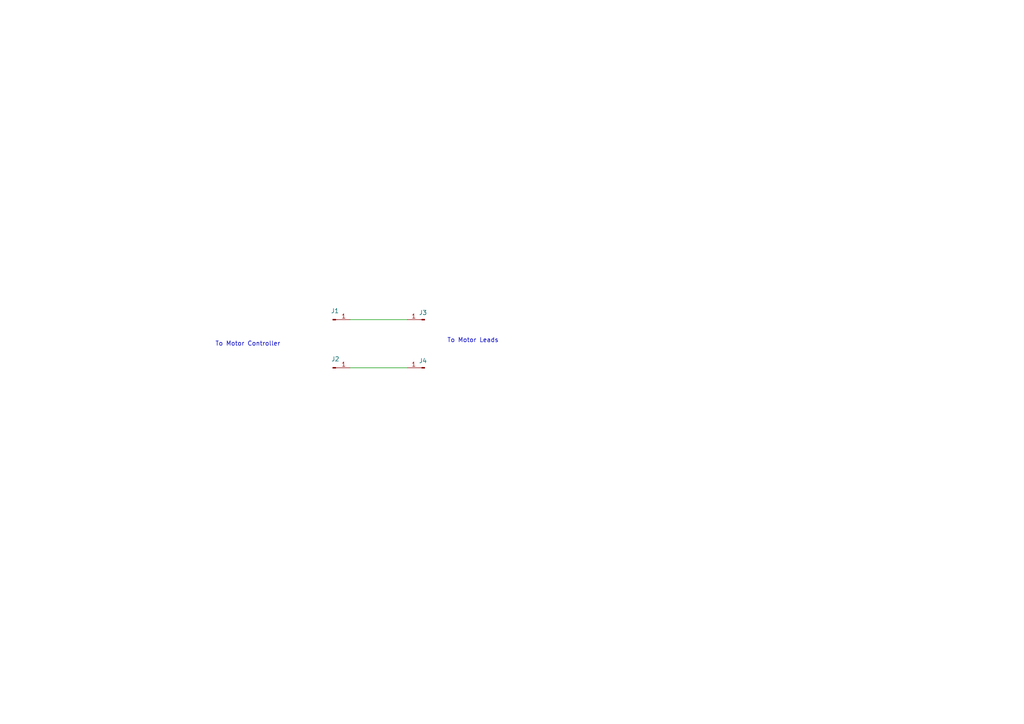
<source format=kicad_sch>
(kicad_sch (version 20231120) (generator "eeschema") (generator_version "8.0")
  (paper "A4")
  (lib_symbols
    (symbol "Connector:Conn_01x01_Pin" (pin_names (offset 1.016) hide)
      (property "Reference" "J" (at 0 2.54 0))
      (property "Value" "Conn_01x01_Pin" (at 0 -2.54 0))
      (symbol "Conn_01x01_Pin_1_1"
        (polyline (pts (xy 1.27 0) (xy 0.8636 0)) (stroke (width 0.1524)))
        (rectangle (start 0.8636 0.127) (end 0 -0.127) (stroke (width 0.1524)) (fill (type outline)))
        (pin passive line (at 5.08 0 180) (length 3.81) (name "Pin_1") (number "1"))
      )
    )
  )
  (wire (pts (xy 101.6 92.71) (xy 118.11 92.71)))
  (wire (pts (xy 101.6 106.68) (xy 118.11 106.68)))
  (text "To Motor Controller" (at 71.882 99.822 0) (effects (font (size 1.27 1.27))))
  (text "To Motor Leads" (at 137.16 98.806 0) (effects (font (size 1.27 1.27))))
  (symbol (lib_id "Connector:Conn_01x01_Pin") (at 96.52 92.71 0) (unit 1)
    (property "Reference" "J1" (at 97.155 90.17 0))
    (property "Value" "Pad" (effects (hide yes)))
    (property "Footprint" "TestPoint:TestPoint_Pad_4.0x4.0mm" (effects (hide yes)))
    (property "Description" "Generic connector, single row, 01x01, script generated" (effects (hide yes)))
  )
  (symbol (lib_id "Connector:Conn_01x01_Pin") (at 123.19 106.68 0) (mirror y) (unit 1)
    (property "Reference" "J4" (at 122.682 104.648 0))
    (property "Value" "CastPad" (effects (hide yes)))
    (property "Footprint" "TestPoint:TestPoint_THTPad_D3.0mm_Drill1.5mm" (effects (hide yes)))
    (property "Description" "Generic connector, single row, 01x01, script generated" (effects (hide yes)))
  )
  (symbol (lib_id "Connector:Conn_01x01_Pin") (at 96.52 106.68 0) (unit 1)
    (property "Reference" "J2" (at 97.282 104.14 0))
    (property "Value" "Pad" (effects (hide yes)))
    (property "Footprint" "TestPoint:TestPoint_Pad_4.0x4.0mm" (effects (hide yes)))
    (property "Description" "Generic connector, single row, 01x01, script generated" (effects (hide yes)))
  )
  (symbol (lib_id "Connector:Conn_01x01_Pin") (at 123.19 92.71 0) (mirror y) (unit 1)
    (property "Reference" "J3" (at 122.682 90.678 0))
    (property "Value" "CastPad" (effects (hide yes)))
    (property "Footprint" "TestPoint:TestPoint_THTPad_D3.0mm_Drill1.5mm" (effects (hide yes)))
    (property "Description" "Generic connector, single row, 01x01, script generated" (effects (hide yes)))
  )
)
</source>
